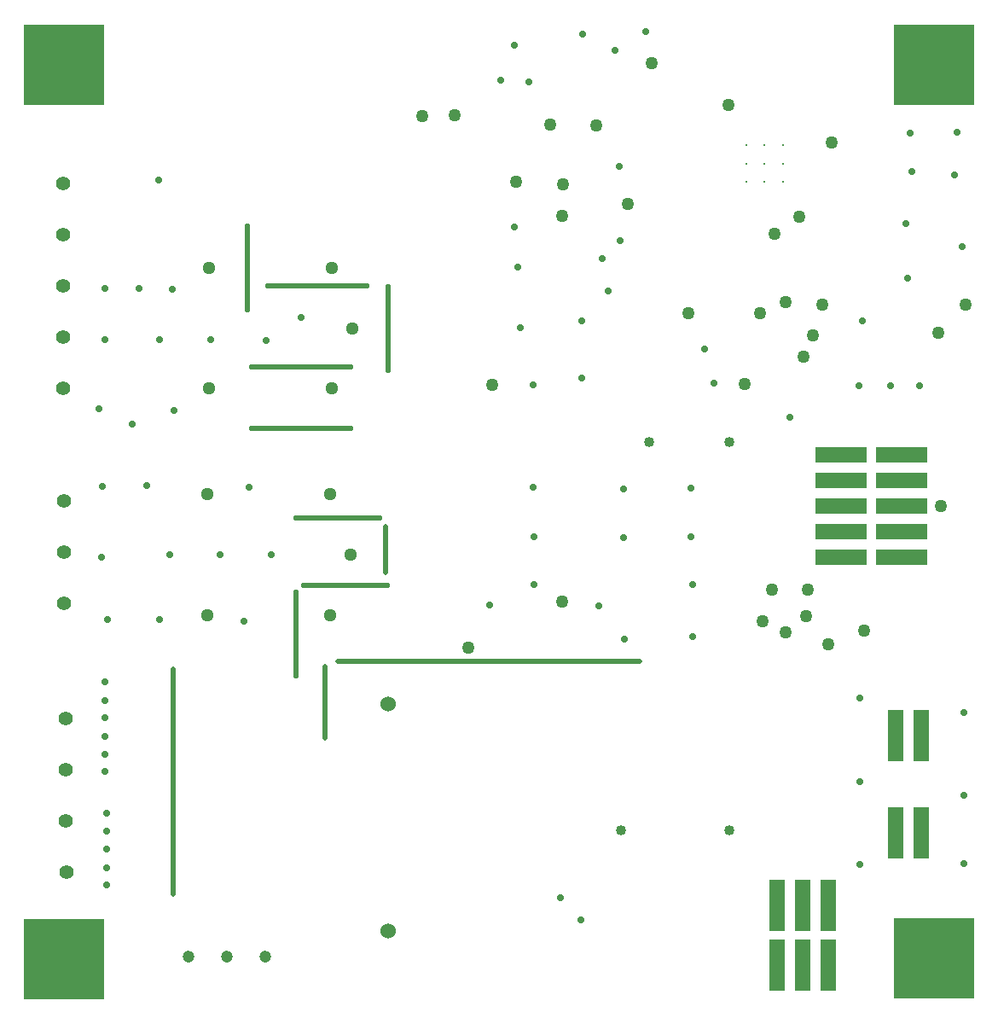
<source format=gbs>
G04*
G04 #@! TF.GenerationSoftware,Altium Limited,Altium Designer,21.0.8 (223)*
G04*
G04 Layer_Color=16711935*
%FSLAX25Y25*%
%MOIN*%
G70*
G04*
G04 #@! TF.SameCoordinates,790BC176-E466-43CB-AF78-98272D84D4DC*
G04*
G04*
G04 #@! TF.FilePolarity,Negative*
G04*
G01*
G75*
%ADD34O,0.35000X0.02000*%
%ADD35O,1.20000X0.02000*%
%ADD36O,0.02000X0.30000*%
%ADD37O,0.02000X0.20000*%
%ADD38O,0.02000X0.35000*%
%ADD39O,0.02000X0.90000*%
%ADD40O,0.41000X0.02000*%
%ADD41C,0.05512*%
%ADD42R,0.06000X0.20000*%
%ADD43C,0.05100*%
%ADD44R,0.06000X0.20000*%
%ADD45R,0.20000X0.06000*%
%ADD46C,0.01000*%
%ADD47R,0.31500X0.31500*%
%ADD48C,0.04000*%
%ADD49C,0.06000*%
%ADD50C,0.04700*%
%ADD51C,0.02800*%
%ADD52C,0.05000*%
D34*
X127000Y192000D02*
D03*
X130000Y165500D02*
D03*
D35*
X186000Y136000D02*
D03*
D36*
X122000Y120000D02*
D03*
D37*
X145500Y179500D02*
D03*
D38*
X110500Y146500D02*
D03*
X91500Y289500D02*
D03*
X146500Y266000D02*
D03*
D39*
X62500Y89000D02*
D03*
D40*
X119000Y282500D02*
D03*
X112500Y251000D02*
D03*
Y227000D02*
D03*
D41*
X20500Y93500D02*
D03*
Y73500D02*
D03*
Y113500D02*
D03*
X20800Y53700D02*
D03*
X19600Y242500D02*
D03*
Y262500D02*
D03*
Y282500D02*
D03*
Y302500D02*
D03*
Y322500D02*
D03*
X20000Y198500D02*
D03*
Y178500D02*
D03*
Y158500D02*
D03*
D42*
X298500Y40800D02*
D03*
X308500D02*
D03*
X318500D02*
D03*
X298500Y17200D02*
D03*
X308500D02*
D03*
X318500D02*
D03*
D43*
X124500Y242500D02*
D03*
X76470D02*
D03*
X124500Y289740D02*
D03*
X76470D02*
D03*
X132490Y266120D02*
D03*
X124000Y154000D02*
D03*
X75970D02*
D03*
X124000Y201240D02*
D03*
X75970D02*
D03*
X131990Y177620D02*
D03*
D44*
X355000Y107000D02*
D03*
X345000D02*
D03*
Y69000D02*
D03*
X355000D02*
D03*
D45*
X323700Y196500D02*
D03*
Y206500D02*
D03*
Y216500D02*
D03*
Y186500D02*
D03*
Y176500D02*
D03*
X347300D02*
D03*
Y186500D02*
D03*
Y196500D02*
D03*
Y206500D02*
D03*
Y216500D02*
D03*
D46*
X301100Y323300D02*
D03*
X293600D02*
D03*
X286500Y323200D02*
D03*
X301100Y330400D02*
D03*
X293600D02*
D03*
X286500D02*
D03*
X301100Y337700D02*
D03*
X293600Y337600D02*
D03*
X286500D02*
D03*
D47*
X360000Y369000D02*
D03*
Y20000D02*
D03*
X20000Y19600D02*
D03*
Y369000D02*
D03*
D48*
X237677Y70000D02*
D03*
X248504Y221575D02*
D03*
X280000Y70000D02*
D03*
Y221575D02*
D03*
D49*
X146500Y30710D02*
D03*
Y119290D02*
D03*
D50*
X98500Y20500D02*
D03*
X83500D02*
D03*
X68500D02*
D03*
D51*
X36000Y120800D02*
D03*
Y114100D02*
D03*
Y99600D02*
D03*
Y92900D02*
D03*
Y106800D02*
D03*
Y128000D02*
D03*
X36500Y69800D02*
D03*
Y62500D02*
D03*
Y55300D02*
D03*
Y76500D02*
D03*
Y48600D02*
D03*
X229000Y157500D02*
D03*
X230207Y293193D02*
D03*
X34500Y176500D02*
D03*
X46500Y228500D02*
D03*
X36000Y261500D02*
D03*
X331000Y56500D02*
D03*
Y89000D02*
D03*
Y121500D02*
D03*
X303514Y231300D02*
D03*
X49300Y281500D02*
D03*
X62200Y281400D02*
D03*
X214100Y43600D02*
D03*
X371500Y57000D02*
D03*
Y116000D02*
D03*
Y83500D02*
D03*
X238900Y144500D02*
D03*
X265700Y145500D02*
D03*
X265500Y165900D02*
D03*
X265100Y184600D02*
D03*
Y203500D02*
D03*
X238600Y184400D02*
D03*
X238700Y203300D02*
D03*
X203500Y165900D02*
D03*
Y184800D02*
D03*
X203300Y203900D02*
D03*
X348900Y307100D02*
D03*
X370800Y298100D02*
D03*
X368100Y326000D02*
D03*
X368800Y342700D02*
D03*
X351300Y327300D02*
D03*
X350700Y342200D02*
D03*
X349500Y285600D02*
D03*
X354200Y243800D02*
D03*
X343100Y243500D02*
D03*
X330700D02*
D03*
X273800Y244500D02*
D03*
X270200Y258000D02*
D03*
X232500Y280800D02*
D03*
X247300Y382000D02*
D03*
X235300Y374700D02*
D03*
X222700Y380900D02*
D03*
X196000Y376700D02*
D03*
X201600Y362400D02*
D03*
X190500Y363100D02*
D03*
X195900Y305700D02*
D03*
X237400Y300400D02*
D03*
X197400Y290100D02*
D03*
X198300Y266400D02*
D03*
X203200Y244100D02*
D03*
X222300Y246500D02*
D03*
X222200Y269100D02*
D03*
X36000Y281600D02*
D03*
X112600Y270300D02*
D03*
X98800Y261400D02*
D03*
X77200Y261700D02*
D03*
X57300D02*
D03*
X62800Y233900D02*
D03*
X33500Y234600D02*
D03*
X92200Y204100D02*
D03*
X52200Y204500D02*
D03*
X35100Y204300D02*
D03*
X90300Y151800D02*
D03*
X57200Y152200D02*
D03*
X37100D02*
D03*
X61300Y177500D02*
D03*
X100900D02*
D03*
X81100D02*
D03*
X222000Y35000D02*
D03*
X332000Y269000D02*
D03*
X57000Y324000D02*
D03*
X186264Y158150D02*
D03*
X237100Y329300D02*
D03*
D52*
X301822Y147322D02*
D03*
X293000Y151500D02*
D03*
X318500Y142500D02*
D03*
X372250Y275250D02*
D03*
X362500Y196500D02*
D03*
X296514Y164000D02*
D03*
X310500D02*
D03*
X309000Y254963D02*
D03*
X279600Y353300D02*
D03*
X210100Y345500D02*
D03*
X320100Y338800D02*
D03*
X316200Y275400D02*
D03*
X307300Y309600D02*
D03*
X310100Y153500D02*
D03*
X302014Y276400D02*
D03*
X297514Y302900D02*
D03*
X215014Y322400D02*
D03*
X214514Y309900D02*
D03*
X361514Y264400D02*
D03*
X264000Y272000D02*
D03*
X240414Y314600D02*
D03*
X292000Y272000D02*
D03*
X249500Y369600D02*
D03*
X312735Y263400D02*
D03*
X214514Y159400D02*
D03*
X178014Y141400D02*
D03*
X286014Y244400D02*
D03*
X332514Y147900D02*
D03*
X196514Y323400D02*
D03*
X228014Y345400D02*
D03*
X172514Y349400D02*
D03*
X160014Y348900D02*
D03*
X187414Y243900D02*
D03*
M02*

</source>
